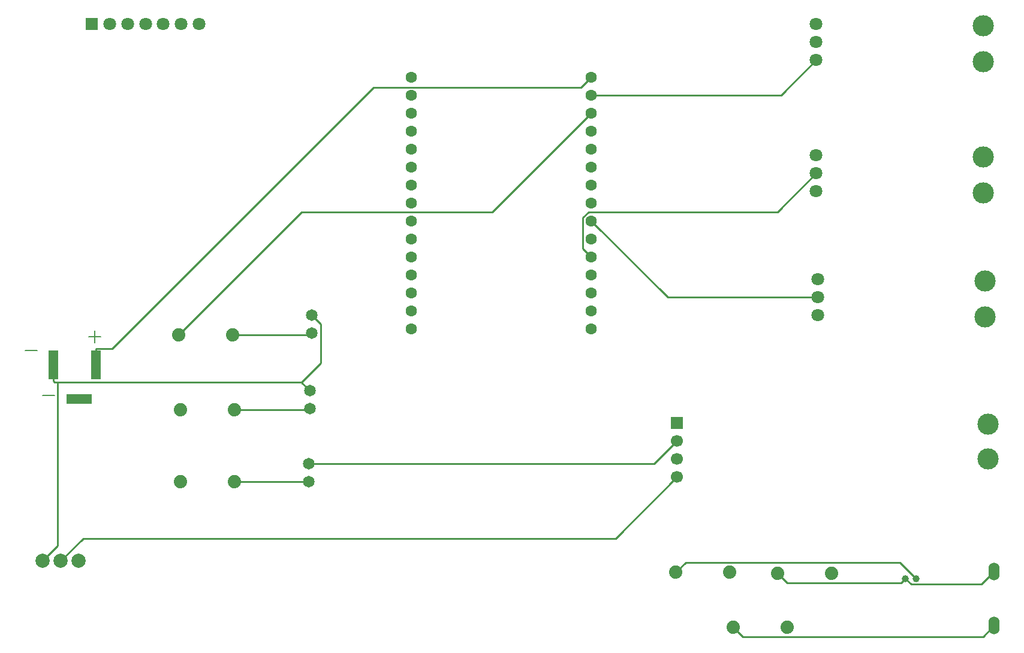
<source format=gtl>
G04 Layer: TopLayer*
G04 EasyEDA v6.5.42, 2024-05-04 09:00:08*
G04 1b880a871dba45ccba3123794a0e531b,10*
G04 Gerber Generator version 0.2*
G04 Scale: 100 percent, Rotated: No, Reflected: No *
G04 Dimensions in millimeters *
G04 leading zeros omitted , absolute positions ,4 integer and 5 decimal *
%FSLAX45Y45*%
%MOMM*%

%AMMACRO1*21,1,$1,$2,0,0,$3*%
%ADD10C,0.2032*%
%ADD11C,0.2540*%
%ADD12C,1.0000*%
%ADD13C,1.6510*%
%ADD14C,1.8796*%
%ADD15C,1.6000*%
%ADD16C,3.0000*%
%ADD17R,1.7000X1.7000*%
%ADD18C,1.7000*%
%ADD19C,1.8000*%
%ADD20C,2.0000*%
%ADD21O,1.524X2.54*%
%ADD22MACRO1,1.4X3.999X0.0000*%
%ADD23MACRO1,1.4X3.5004X90.0000*%
%ADD24R,1.8000X1.8000*%

%LPD*%
D10*
X2548890Y-24892D02*
G01*
X2548890Y-191262D01*
X2465577Y-108204D02*
G01*
X2631947Y-108204D01*
X1815845Y-944118D02*
G01*
X1982215Y-944118D01*
X1565402Y-308102D02*
G01*
X1731771Y-308102D01*
D11*
X2565402Y-280134D02*
G01*
X2793316Y-280134D01*
X6483555Y3410104D01*
X9417204Y3410104D01*
X9563102Y3556002D01*
X2565402Y-508048D02*
G01*
X2565402Y-280134D01*
X12763502Y444502D02*
G01*
X10642602Y444502D01*
X9563102Y1524002D01*
X12738102Y2197102D02*
G01*
X12192002Y1651002D01*
X9521294Y1651002D01*
X9443214Y1572922D01*
X9443214Y1135890D01*
X9563102Y1016002D01*
X9563102Y3048002D02*
G01*
X8166127Y1651027D01*
X5473727Y1651027D01*
X3733802Y-88897D01*
X15252702Y-4190997D02*
G01*
X15095070Y-4348629D01*
X11701934Y-4348629D01*
X11569702Y-4216397D01*
X2070102Y-3276597D02*
G01*
X2385392Y-2961307D01*
X9903792Y-2961307D01*
X10769602Y-2095497D01*
X4521202Y-2158997D02*
G01*
X5575302Y-2158997D01*
X4521202Y-1142997D02*
G01*
X5575302Y-1142997D01*
X5588002Y-1130297D01*
X4495802Y-88897D02*
G01*
X5588002Y-88897D01*
X5613402Y-63497D01*
X15252702Y-3428997D02*
G01*
X15070203Y-3611496D01*
X14077444Y-3611496D01*
X13996545Y-3530597D01*
X12192002Y-3454397D02*
G01*
X12325936Y-3588331D01*
X13938811Y-3588331D01*
X13996545Y-3530597D01*
X1965073Y-508048D02*
G01*
X1965073Y-735962D01*
X12738102Y3797302D02*
G01*
X12242802Y3302002D01*
X9563102Y3302002D01*
X10756902Y-3441697D02*
G01*
X10895307Y-3303292D01*
X13919354Y-3303292D01*
X14146659Y-3530597D01*
X5588002Y-876297D02*
G01*
X5471086Y-759381D01*
X5471086Y-753513D01*
X5471086Y-753513D02*
G01*
X5738827Y-485772D01*
X5738827Y65077D01*
X5613402Y190502D01*
X5575302Y-1904997D02*
G01*
X10452102Y-1904997D01*
X10769602Y-1587497D01*
X2026998Y-753513D02*
G01*
X2026998Y-3065701D01*
X1816102Y-3276597D01*
X1965073Y-735962D02*
G01*
X1982624Y-753513D01*
X2026998Y-753513D01*
X2026998Y-753513D02*
G01*
X5471086Y-753513D01*
D12*
G01*
X14146667Y-3530610D03*
G01*
X13996553Y-3530610D03*
D13*
G01*
X5613400Y190500D03*
G01*
X5613400Y-63500D03*
G01*
X5588000Y-876300D03*
G01*
X5588000Y-1130300D03*
G01*
X5575300Y-1905000D03*
G01*
X5575300Y-2159000D03*
D14*
G01*
X3759200Y-2159000D03*
G01*
X4521200Y-2159000D03*
G01*
X10756900Y-3441700D03*
G01*
X11518900Y-3441700D03*
G01*
X12192000Y-3454400D03*
G01*
X12954000Y-3454400D03*
G01*
X11569700Y-4216400D03*
G01*
X12331700Y-4216400D03*
G01*
X3733800Y-88900D03*
G01*
X4495800Y-88900D03*
G01*
X3759200Y-1143000D03*
G01*
X4521200Y-1143000D03*
D15*
G01*
X9563100Y0D03*
G01*
X9563100Y254000D03*
G01*
X9563100Y508000D03*
G01*
X9563100Y762000D03*
G01*
X9563100Y1016000D03*
G01*
X9563100Y1270000D03*
G01*
X9563100Y1524000D03*
G01*
X9563100Y1778000D03*
G01*
X9563100Y2032000D03*
G01*
X9563100Y2286000D03*
G01*
X9563100Y2540000D03*
G01*
X9563100Y2794000D03*
G01*
X9563100Y3048000D03*
G01*
X9563100Y3302000D03*
G01*
X9563100Y3556000D03*
G01*
X7023100Y3556000D03*
G01*
X7023100Y3302000D03*
G01*
X7023100Y3048000D03*
G01*
X7023100Y2794000D03*
G01*
X7023100Y2540000D03*
G01*
X7023100Y2286000D03*
G01*
X7023100Y2032000D03*
G01*
X7023100Y1778000D03*
G01*
X7023100Y1524000D03*
G01*
X7023100Y1270000D03*
G01*
X7023100Y1016000D03*
G01*
X7023100Y762000D03*
G01*
X7023100Y508000D03*
G01*
X7023100Y254000D03*
G01*
X7023100Y0D03*
D16*
G01*
X15163800Y-1841500D03*
G01*
X15163800Y-1343660D03*
D17*
G01*
X10769600Y-1333500D03*
D18*
G01*
X10769600Y-1587500D03*
G01*
X10769600Y-1841500D03*
G01*
X10769600Y-2095500D03*
D16*
G01*
X15100300Y4279900D03*
G01*
X15100300Y3771900D03*
D19*
G01*
X12738100Y4305300D03*
G01*
X12738100Y4051300D03*
G01*
X12738100Y3797300D03*
D16*
G01*
X15100300Y2425700D03*
G01*
X15100300Y1917700D03*
D19*
G01*
X12738100Y2451100D03*
G01*
X12738100Y2197100D03*
G01*
X12738100Y1943100D03*
D16*
G01*
X15125700Y673100D03*
G01*
X15125700Y165100D03*
D19*
G01*
X12763500Y698500D03*
G01*
X12763500Y444500D03*
G01*
X12763500Y190500D03*
D20*
G01*
X1816100Y-3276600D03*
G01*
X2070100Y-3276600D03*
G01*
X2324100Y-3276600D03*
D21*
G01*
X15252700Y-3429000D03*
G01*
X15252700Y-4191000D03*
D22*
G01*
X2565400Y-508050D03*
G01*
X1965071Y-508050D03*
D23*
G01*
X2325382Y-988009D03*
D24*
G01*
X2502027Y4305427D03*
D19*
G01*
X4025772Y4304919D03*
G01*
X3771772Y4305172D03*
G01*
X3517772Y4305172D03*
G01*
X3264027Y4305680D03*
G01*
X3010027Y4304919D03*
G01*
X2756027Y4304919D03*
M02*

</source>
